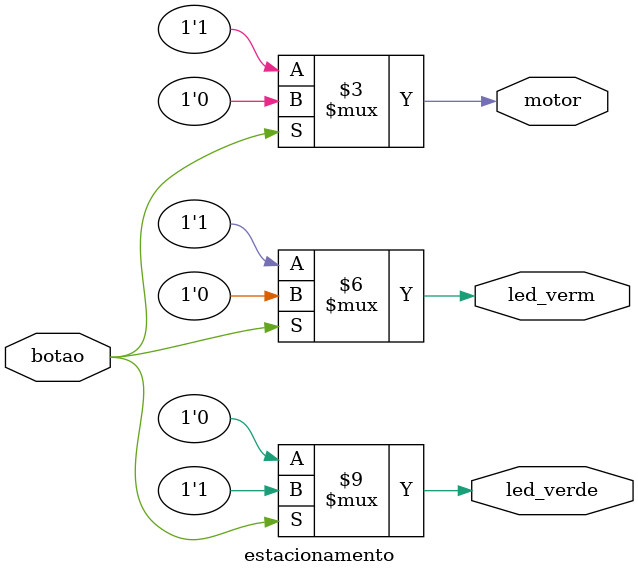
<source format=v>
module estacionamento (botao, led_verde, led_verm, motor);

input botao;
output reg led_verde;
output reg led_verm;
output reg motor;

always@(*) begin

	if(botao)begin
		led_verde = 1'b1;
		led_verm = 1'b0; 
		motor = 1'b0;
	end
	
	else begin
		led_verde = 1'b0;
		led_verm = 1'b1;
		motor = 1'b1;
	end
		
end 

endmodule 
</source>
